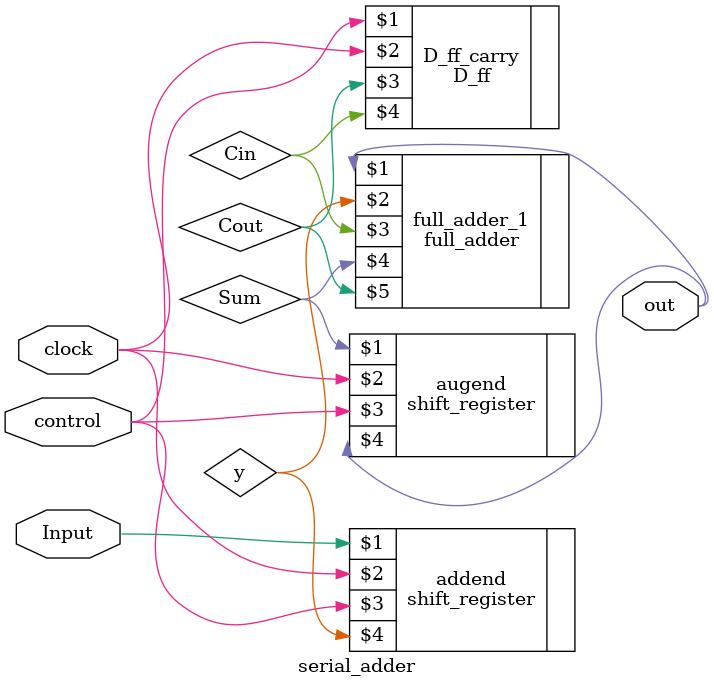
<source format=v>
`timescale 1ns / 1ps
`include "shift_register.v"
`include "full_adder.v"
`include "D_ff.v"

module serial_adder(clock,control,Input,out);
    input clock,control,Input;
    
    output out;
    wire Cin;
                
    full_adder full_adder_1(out,y,Cin,Sum,Cout);
    shift_register addend(Input,clock,control,y);
    D_ff D_ff_carry(control,clock,Cout,Cin);
    shift_register augend(Sum,clock,control,out);
    
        
endmodule
</source>
